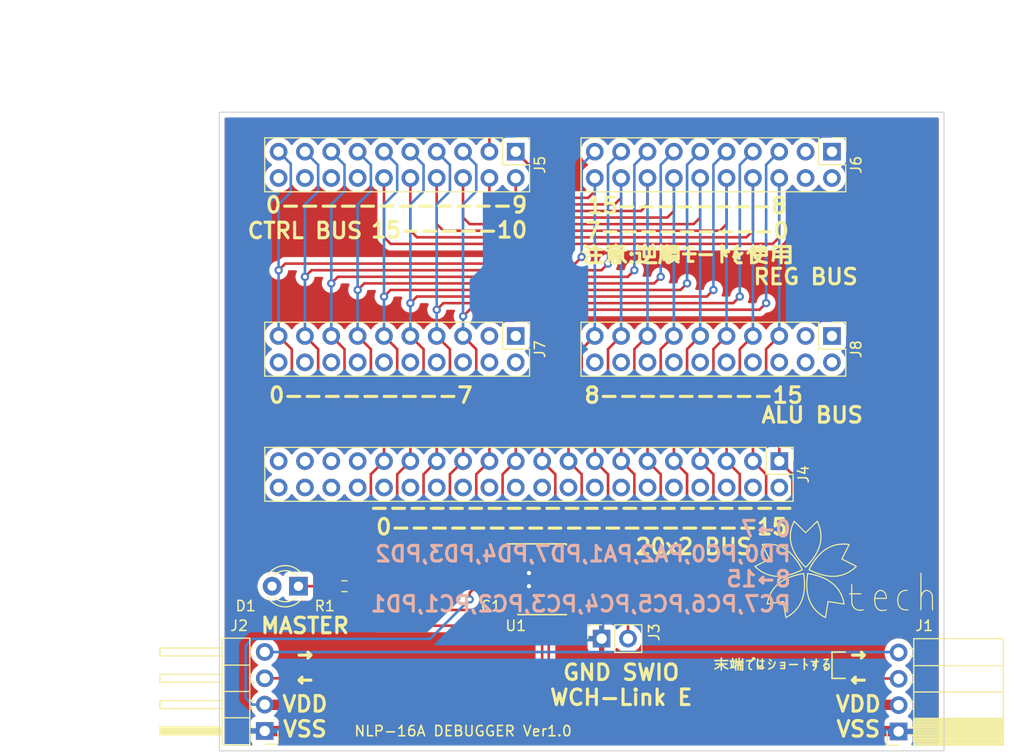
<source format=kicad_pcb>
(kicad_pcb (version 20211014) (generator pcbnew)
  (layers (0 "F.Cu" signal) (31 "B.Cu" signal) (34 "B.Paste" user) (35 "F.Paste" user) (36 "B.SilkS" user "B.Silkscreen") (37 "F.SilkS" user "F.Silkscreen") (38 "B.Mask" user) (39 "F.Mask" user) (44 "Edge.Cuts" user))
  (net 0 "")
  (net 1 "VDD")
  (net 2 "GND")
  (net 3 "DATA15")
  (net 4 "DATA14")
  (net 5 "DATA13")
  (net 6 "DATA12")
  (net 7 "DATA11")
  (net 8 "DATA10")
  (net 9 "DATA9")
  (net 10 "DATA8")
  (net 11 "DATA7")
  (net 12 "DATA6")
  (net 13 "DATA5")
  (net 14 "DATA4")
  (net 15 "DATA3")
  (net 16 "DATA2")
  (net 17 "DATA1")
  (net 18 "DATA0")
  (net 19 "Net-(J1-Pad3)")
  (net 21 "Net-(J2-Pad3)")
  (net 72 "Net-(D1-Pad1)")
  (net 75 "Net-(J1-Pad4)")
  (footprint "Connector_PinHeader_2.54mm:PinHeader_2x10_P2.54mm_Vertical" (layer "F.Cu") (at 177.795 90.165 -90)
    (fp_text reference "J8" (at 1.27 -2.33 90) (layer "F.SilkS"))
    (fp_text value "Conn_02x10_Odd_Even")
    (pad "1" thru_hole rect (at 0 0 270) (size 1.7 1.7) (drill 1) (layers *.Cu *.Mask))
    (pad "2" thru_hole oval (at 2.54 0 270) (size 1.7 1.7) (drill 1) (layers *.Cu *.Mask))
    (pad "3" thru_hole oval (at 0 2.54 270) (size 1.7 1.7) (drill 1) (layers *.Cu *.Mask))
    (pad "4" thru_hole oval (at 2.54 2.54 270) (size 1.7 1.7) (drill 1) (layers *.Cu *.Mask))
    (pad "5" thru_hole oval (at 0 5.08 270) (size 1.7 1.7) (drill 1) (layers *.Cu *.Mask) (net 3 "DATA15"))
    (pad "6" thru_hole oval (at 2.54 5.08 270) (size 1.7 1.7) (drill 1) (layers *.Cu *.Mask))
    (pad "7" thru_hole oval (at 0 7.62 270) (size 1.7 1.7) (drill 1) (layers *.Cu *.Mask) (net 4 "DATA14"))
    (pad "8" thru_hole oval (at 2.54 7.62 270) (size 1.7 1.7) (drill 1) (layers *.Cu *.Mask))
    (pad "9" thru_hole oval (at 0 10.16 270) (size 1.7 1.7) (drill 1) (layers *.Cu *.Mask) (net 5 "DATA13"))
    (pad "10" thru_hole oval (at 2.54 10.16 270) (size 1.7 1.7) (drill 1) (layers *.Cu *.Mask))
    (pad "11" thru_hole oval (at 0 12.7 270) (size 1.7 1.7) (drill 1) (layers *.Cu *.Mask) (net 6 "DATA12"))
    (pad "12" thru_hole oval (at 2.54 12.7 270) (size 1.7 1.7) (drill 1) (layers *.Cu *.Mask))
    (pad "13" thru_hole oval (at 0 15.24 270) (size 1.7 1.7) (drill 1) (layers *.Cu *.Mask) (net 7 "DATA11"))
    (pad "14" thru_hole oval (at 2.54 15.24 270) (size 1.7 1.7) (drill 1) (layers *.Cu *.Mask))
    (pad "15" thru_hole oval (at 0 17.78 270) (size 1.7 1.7) (drill 1) (layers *.Cu *.Mask) (net 8 "DATA10"))
    (pad "16" thru_hole oval (at 2.54 17.78 270) (size 1.7 1.7) (drill 1) (layers *.Cu *.Mask))
    (pad "17" thru_hole oval (at 0 20.32 270) (size 1.7 1.7) (drill 1) (layers *.Cu *.Mask) (net 9 "DATA9"))
    (pad "18" thru_hole oval (at 2.54 20.32 270) (size 1.7 1.7) (drill 1) (layers *.Cu *.Mask))
    (pad "19" thru_hole oval (at 0 22.86 270) (size 1.7 1.7) (drill 1) (layers *.Cu *.Mask) (net 10 "DATA8"))
    (pad "20" thru_hole oval (at 2.54 22.86 270) (size 1.7 1.7) (drill 1) (layers *.Cu *.Mask))
  )
  (footprint "Package_SO:SSOP-20_4.4x6.5mm_P0.65mm" (layer "F.Cu") (at 149.86 113.665)
    (fp_text reference "U1" (at -2.54 4.445) (layer "F.SilkS"))
    (fp_text value "CH32V003F4P6")
    (pad "1" smd rect (at -2.9 -2.925) (size 1 0.4) (layers "F.Cu" "F.Paste" "F.Mask") (net 13 "DATA5"))
    (pad "2" smd rect (at -2.9 -2.275) (size 1 0.4) (layers "F.Cu" "F.Paste" "F.Mask") (net 19 "Net-(J1-Pad3)"))
    (pad "3" smd rect (at -2.9 -1.625) (size 1 0.4) (layers "F.Cu" "F.Paste" "F.Mask") (net 21 "Net-(J2-Pad3)"))
    (pad "4" smd rect (at -2.9 -0.975) (size 1 0.4) (layers "F.Cu" "F.Paste" "F.Mask") (net 14 "DATA4"))
    (pad "5" smd rect (at -2.9 -0.325) (size 1 0.4) (layers "F.Cu" "F.Paste" "F.Mask") (net 15 "DATA3"))
    (pad "6" smd rect (at -2.9 0.325) (size 1 0.4) (layers "F.Cu" "F.Paste" "F.Mask") (net 16 "DATA2"))
    (pad "7" smd rect (at -2.9 0.975) (size 1 0.4) (layers "F.Cu" "F.Paste" "F.Mask") (net 2 "GND"))
    (pad "8" smd rect (at -2.9 1.625) (size 1 0.4) (layers "F.Cu" "F.Paste" "F.Mask") (net 18 "DATA0"))
    (pad "9" smd rect (at -2.9 2.275) (size 1 0.4) (layers "F.Cu" "F.Paste" "F.Mask") (net 1 "VDD"))
    (pad "10" smd rect (at -2.9 2.925) (size 1 0.4) (layers "F.Cu" "F.Paste" "F.Mask") (net 17 "DATA1"))
    (pad "11" smd rect (at 2.9 2.925) (size 1 0.4) (layers "F.Cu" "F.Paste" "F.Mask") (net 4 "DATA14"))
    (pad "12" smd rect (at 2.9 2.275) (size 1 0.4) (layers "F.Cu" "F.Paste" "F.Mask") (net 5 "DATA13"))
    (pad "13" smd rect (at 2.9 1.625) (size 1 0.4) (layers "F.Cu" "F.Paste" "F.Mask") (net 6 "DATA12"))
    (pad "14" smd rect (at 2.9 0.975) (size 1 0.4) (layers "F.Cu" "F.Paste" "F.Mask") (net 7 "DATA11"))
    (pad "15" smd rect (at 2.9 0.325) (size 1 0.4) (layers "F.Cu" "F.Paste" "F.Mask") (net 8 "DATA10"))
    (pad "16" smd rect (at 2.9 -0.325) (size 1 0.4) (layers "F.Cu" "F.Paste" "F.Mask") (net 9 "DATA9"))
    (pad "17" smd rect (at 2.9 -0.975) (size 1 0.4) (layers "F.Cu" "F.Paste" "F.Mask") (net 10 "DATA8"))
    (pad "18" smd rect (at 2.9 -1.625) (size 1 0.4) (layers "F.Cu" "F.Paste" "F.Mask") (net 3 "DATA15"))
    (pad "19" smd rect (at 2.9 -2.275) (size 1 0.4) (layers "F.Cu" "F.Paste" "F.Mask") (net 11 "DATA7"))
    (pad "20" smd rect (at 2.9 -2.925) (size 1 0.4) (layers "F.Cu" "F.Paste" "F.Mask") (net 12 "DATA6"))
  )
  (footprint "Connector_PinHeader_2.54mm:PinHeader_2x10_P2.54mm_Vertical" (layer "F.Cu") (at 177.795 72.385 -90)
    (fp_text reference "J6" (at 1.27 -2.33 90) (layer "F.SilkS"))
    (fp_text value "Conn_02x10_Odd_Even")
    (pad "1" thru_hole rect (at 0 0 270) (size 1.7 1.7) (drill 1) (layers *.Cu *.Mask))
    (pad "2" thru_hole oval (at 2.54 0 270) (size 1.7 1.7) (drill 1) (layers *.Cu *.Mask))
    (pad "3" thru_hole oval (at 0 2.54 270) (size 1.7 1.7) (drill 1) (layers *.Cu *.Mask))
    (pad "4" thru_hole oval (at 2.54 2.54 270) (size 1.7 1.7) (drill 1) (layers *.Cu *.Mask))
    (pad "5" thru_hole oval (at 0 5.08 270) (size 1.7 1.7) (drill 1) (layers *.Cu *.Mask) (net 11 "DATA7"))
    (pad "6" thru_hole oval (at 2.54 5.08 270) (size 1.7 1.7) (drill 1) (layers *.Cu *.Mask) (net 3 "DATA15"))
    (pad "7" thru_hole oval (at 0 7.62 270) (size 1.7 1.7) (drill 1) (layers *.Cu *.Mask) (net 12 "DATA6"))
    (pad "8" thru_hole oval (at 2.54 7.62 270) (size 1.7 1.7) (drill 1) (layers *.Cu *.Mask) (net 4 "DATA14"))
    (pad "9" thru_hole oval (at 0 10.16 270) (size 1.7 1.7) (drill 1) (layers *.Cu *.Mask) (net 13 "DATA5"))
    (pad "10" thru_hole oval (at 2.54 10.16 270) (size 1.7 1.7) (drill 1) (layers *.Cu *.Mask) (net 5 "DATA13"))
    (pad "11" thru_hole oval (at 0 12.7 270) (size 1.7 1.7) (drill 1) (layers *.Cu *.Mask) (net 14 "DATA4"))
    (pad "12" thru_hole oval (at 2.54 12.7 270) (size 1.7 1.7) (drill 1) (layers *.Cu *.Mask) (net 6 "DATA12"))
    (pad "13" thru_hole oval (at 0 15.24 270) (size 1.7 1.7) (drill 1) (layers *.Cu *.Mask) (net 15 "DATA3"))
    (pad "14" thru_hole oval (at 2.54 15.24 270) (size 1.7 1.7) (drill 1) (layers *.Cu *.Mask) (net 7 "DATA11"))
    (pad "15" thru_hole oval (at 0 17.78 270) (size 1.7 1.7) (drill 1) (layers *.Cu *.Mask) (net 16 "DATA2"))
    (pad "16" thru_hole oval (at 2.54 17.78 270) (size 1.7 1.7) (drill 1) (layers *.Cu *.Mask) (net 8 "DATA10"))
    (pad "17" thru_hole oval (at 0 20.32 270) (size 1.7 1.7) (drill 1) (layers *.Cu *.Mask) (net 17 "DATA1"))
    (pad "18" thru_hole oval (at 2.54 20.32 270) (size 1.7 1.7) (drill 1) (layers *.Cu *.Mask) (net 9 "DATA9"))
    (pad "19" thru_hole oval (at 0 22.86 270) (size 1.7 1.7) (drill 1) (layers *.Cu *.Mask) (net 18 "DATA0"))
    (pad "20" thru_hole oval (at 2.54 22.86 270) (size 1.7 1.7) (drill 1) (layers *.Cu *.Mask) (net 10 "DATA8"))
  )
  (footprint "Connector_PinHeader_2.54mm:PinHeader_2x20_P2.54mm_Vertical" (layer "F.Cu") (at 172.72 102.235 -90)
    (fp_text reference "J4" (at 1.27 -2.33 90) (layer "F.SilkS"))
    (fp_text value "Conn_02x20_Odd_Even")
    (pad "1" thru_hole rect (at 0 0 270) (size 1.7 1.7) (drill 1) (layers *.Cu *.Mask) (net 3 "DATA15"))
    (pad "2" thru_hole oval (at 2.54 0 270) (size 1.7 1.7) (drill 1) (layers *.Cu *.Mask))
    (pad "3" thru_hole oval (at 0 2.54 270) (size 1.7 1.7) (drill 1) (layers *.Cu *.Mask) (net 4 "DATA14"))
    (pad "4" thru_hole oval (at 2.54 2.54 270) (size 1.7 1.7) (drill 1) (layers *.Cu *.Mask))
    (pad "5" thru_hole oval (at 0 5.08 270) (size 1.7 1.7) (drill 1) (layers *.Cu *.Mask) (net 5 "DATA13"))
    (pad "6" thru_hole oval (at 2.54 5.08 270) (size 1.7 1.7) (drill 1) (layers *.Cu *.Mask))
    (pad "7" thru_hole oval (at 0 7.62 270) (size 1.7 1.7) (drill 1) (layers *.Cu *.Mask) (net 6 "DATA12"))
    (pad "8" thru_hole oval (at 2.54 7.62 270) (size 1.7 1.7) (drill 1) (layers *.Cu *.Mask))
    (pad "9" thru_hole oval (at 0 10.16 270) (size 1.7 1.7) (drill 1) (layers *.Cu *.Mask) (net 7 "DATA11"))
    (pad "10" thru_hole oval (at 2.54 10.16 270) (size 1.7 1.7) (drill 1) (layers *.Cu *.Mask))
    (pad "11" thru_hole oval (at 0 12.7 270) (size 1.7 1.7) (drill 1) (layers *.Cu *.Mask) (net 8 "DATA10"))
    (pad "12" thru_hole oval (at 2.54 12.7 270) (size 1.7 1.7) (drill 1) (layers *.Cu *.Mask))
    (pad "13" thru_hole oval (at 0 15.24 270) (size 1.7 1.7) (drill 1) (layers *.Cu *.Mask) (net 9 "DATA9"))
    (pad "14" thru_hole oval (at 2.54 15.24 270) (size 1.7 1.7) (drill 1) (layers *.Cu *.Mask))
    (pad "15" thru_hole oval (at 0 17.78 270) (size 1.7 1.7) (drill 1) (layers *.Cu *.Mask) (net 10 "DATA8"))
    (pad "16" thru_hole oval (at 2.54 17.78 270) (size 1.7 1.7) (drill 1) (layers *.Cu *.Mask))
    (pad "17" thru_hole oval (at 0 20.32 270) (size 1.7 1.7) (drill 1) (layers *.Cu *.Mask) (net 11 "DATA7"))
    (pad "18" thru_hole oval (at 2.54 20.32 270) (size 1.7 1.7) (drill 1) (layers *.Cu *.Mask))
    (pad "19" thru_hole oval (at 0 22.86 270) (size 1.7 1.7) (drill 1) (layers *.Cu *.Mask) (net 12 "DATA6"))
    (pad "20" thru_hole oval (at 2.54 22.86 270) (size 1.7 1.7) (drill 1) (layers *.Cu *.Mask))
    (pad "21" thru_hole oval (at 0 25.4 270) (size 1.7 1.7) (drill 1) (layers *.Cu *.Mask) (net 13 "DATA5"))
    (pad "22" thru_hole oval (at 2.54 25.4 270) (size 1.7 1.7) (drill 1) (layers *.Cu *.Mask))
    (pad "23" thru_hole oval (at 0 27.94 270) (size 1.7 1.7) (drill 1) (layers *.Cu *.Mask) (net 14 "DATA4"))
    (pad "24" thru_hole oval (at 2.54 27.94 270) (size 1.7 1.7) (drill 1) (layers *.Cu *.Mask))
    (pad "25" thru_hole oval (at 0 30.48 270) (size 1.7 1.7) (drill 1) (layers *.Cu *.Mask) (net 15 "DATA3"))
    (pad "26" thru_hole oval (at 2.54 30.48 270) (size 1.7 1.7) (drill 1) (layers *.Cu *.Mask))
    (pad "27" thru_hole oval (at 0 33.02 270) (size 1.7 1.7) (drill 1) (layers *.Cu *.Mask) (net 16 "DATA2"))
    (pad "28" thru_hole oval (at 2.54 33.02 270) (size 1.7 1.7) (drill 1) (layers *.Cu *.Mask))
    (pad "29" thru_hole oval (at 0 35.56 270) (size 1.7 1.7) (drill 1) (layers *.Cu *.Mask) (net 17 "DATA1"))
    (pad "30" thru_hole oval (at 2.54 35.56 270) (size 1.7 1.7) (drill 1) (layers *.Cu *.Mask))
    (pad "31" thru_hole oval (at 0 38.1 270) (size 1.7 1.7) (drill 1) (layers *.Cu *.Mask) (net 18 "DATA0"))
    (pad "32" thru_hole oval (at 2.54 38.1 270) (size 1.7 1.7) (drill 1) (layers *.Cu *.Mask))
    (pad "33" thru_hole oval (at 0 40.64 270) (size 1.7 1.7) (drill 1) (layers *.Cu *.Mask))
    (pad "34" thru_hole oval (at 2.54 40.64 270) (size 1.7 1.7) (drill 1) (layers *.Cu *.Mask))
    (pad "35" thru_hole oval (at 0 43.18 270) (size 1.7 1.7) (drill 1) (layers *.Cu *.Mask))
    (pad "36" thru_hole oval (at 2.54 43.18 270) (size 1.7 1.7) (drill 1) (layers *.Cu *.Mask))
    (pad "37" thru_hole oval (at 0 45.72 270) (size 1.7 1.7) (drill 1) (layers *.Cu *.Mask))
    (pad "38" thru_hole oval (at 2.54 45.72 270) (size 1.7 1.7) (drill 1) (layers *.Cu *.Mask))
    (pad "39" thru_hole oval (at 0 48.26 270) (size 1.7 1.7) (drill 1) (layers *.Cu *.Mask))
    (pad "40" thru_hole oval (at 2.54 48.26 270) (size 1.7 1.7) (drill 1) (layers *.Cu *.Mask))
  )
  (footprint "Connector_PinHeader_2.54mm:PinHeader_1x04_P2.54mm_Horizontal" (layer "F.Cu") (at 123.12 128.26 180)
    (fp_text reference "J2" (at 2.47 10.15) (layer "F.SilkS"))
    (fp_text value "Conn_01x04_Male")
    (pad "1" thru_hole rect (at 0 0 180) (size 1.7 1.7) (drill 1) (layers *.Cu *.Mask) (net 2 "GND"))
    (pad "2" thru_hole oval (at 0 2.54 180) (size 1.7 1.7) (drill 1) (layers *.Cu *.Mask) (net 1 "VDD"))
    (pad "3" thru_hole oval (at 0 5.08 180) (size 1.7 1.7) (drill 1) (layers *.Cu *.Mask) (net 21 "Net-(J2-Pad3)"))
    (pad "4" thru_hole oval (at 0 7.62 180) (size 1.7 1.7) (drill 1) (layers *.Cu *.Mask) (net 75 "Net-(J1-Pad4)"))
  )
  (footprint "Connector_PinHeader_2.54mm:PinHeader_2x10_P2.54mm_Vertical" (layer "F.Cu") (at 147.315 72.385 -90)
    (fp_text reference "J5" (at 1.27 -2.33 90) (layer "F.SilkS"))
    (fp_text value "Conn_02x10_Odd_Even")
    (pad "1" thru_hole rect (at 0 0 270) (size 1.7 1.7) (drill 1) (layers *.Cu *.Mask) (net 9 "DATA9"))
    (pad "2" thru_hole oval (at 2.54 0 270) (size 1.7 1.7) (drill 1) (layers *.Cu *.Mask) (net 8 "DATA10"))
    (pad "3" thru_hole oval (at 0 2.54 270) (size 1.7 1.7) (drill 1) (layers *.Cu *.Mask) (net 10 "DATA8"))
    (pad "4" thru_hole oval (at 2.54 2.54 270) (size 1.7 1.7) (drill 1) (layers *.Cu *.Mask) (net 7 "DATA11"))
    (pad "5" thru_hole oval (at 0 5.08 270) (size 1.7 1.7) (drill 1) (layers *.Cu *.Mask) (net 11 "DATA7"))
    (pad "6" thru_hole oval (at 2.54 5.08 270) (size 1.7 1.7) (drill 1) (layers *.Cu *.Mask) (net 6 "DATA12"))
    (pad "7" thru_hole oval (at 0 7.62 270) (size 1.7 1.7) (drill 1) (layers *.Cu *.Mask) (net 12 "DATA6"))
    (pad "8" thru_hole oval (at 2.54 7.62 270) (size 1.7 1.7) (drill 1) (layers *.Cu *.Mask) (net 5 "DATA13"))
    (pad "9" thru_hole oval (at 0 10.16 270) (size 1.7 1.7) (drill 1) (layers *.Cu *.Mask) (net 13 "DATA5"))
    (pad "10" thru_hole oval (at 2.54 10.16 270) (size 1.7 1.7) (drill 1) (layers *.Cu *.Mask) (net 4 "DATA14"))
    (pad "11" thru_hole oval (at 0 12.7 270) (size 1.7 1.7) (drill 1) (layers *.Cu *.Mask) (net 14 "DATA4"))
    (pad "12" thru_hole oval (at 2.54 12.7 270) (size 1.7 1.7) (drill 1) (layers *.Cu *.Mask) (net 3 "DATA15"))
    (pad "13" thru_hole oval (at 0 15.24 270) (size 1.7 1.7) (drill 1) (layers *.Cu *.Mask) (net 15 "DATA3"))
    (pad "14" thru_hole oval (at 2.54 15.24 270) (size 1.7 1.7) (drill 1) (layers *.Cu *.Mask))
    (pad "15" thru_hole oval (at 0 17.78 270) (size 1.7 1.7) (drill 1) (layers *.Cu *.Mask) (net 16 "DATA2"))
    (pad "16" thru_hole oval (at 2.54 17.78 270) (size 1.7 1.7) (drill 1) (layers *.Cu *.Mask))
    (pad "17" thru_hole oval (at 0 20.32 270) (size 1.7 1.7) (drill 1) (layers *.Cu *.Mask) (net 17 "DATA1"))
    (pad "18" thru_hole oval (at 2.54 20.32 270) (size 1.7 1.7) (drill 1) (layers *.Cu *.Mask))
    (pad "19" thru_hole oval (at 0 22.86 270) (size 1.7 1.7) (drill 1) (layers *.Cu *.Mask) (net 18 "DATA0"))
    (pad "20" thru_hole oval (at 2.54 22.86 270) (size 1.7 1.7) (drill 1) (layers *.Cu *.Mask))
  )
  (footprint "LED_THT:LED_D3.0mm" (layer "F.Cu") (at 126.37 114.3 180)
    (fp_text reference "D1" (at 5.085 -1.905) (layer "F.SilkS"))
    (fp_text value "LED")
    (pad "1" thru_hole rect (at 0 0 180) (size 1.8 1.8) (drill 0.9) (layers *.Cu *.Mask) (net 72 "Net-(D1-Pad1)"))
    (pad "2" thru_hole circle (at 2.54 0 180) (size 1.8 1.8) (drill 0.9) (layers *.Cu *.Mask) (net 1 "VDD"))
  )
  (footprint "Connector_PinHeader_2.54mm:PinHeader_2x10_P2.54mm_Vertical" (layer "F.Cu") (at 147.315 90.165 -90)
    (fp_text reference "J7" (at 1.27 -2.33 90) (layer "F.SilkS"))
    (fp_text value "Conn_02x10_Odd_Even")
    (pad "1" thru_hole rect (at 0 0 270) (size 1.7 1.7) (drill 1) (layers *.Cu *.Mask))
    (pad "2" thru_hole oval (at 2.54 0 270) (size 1.7 1.7) (drill 1) (layers *.Cu *.Mask))
    (pad "3" thru_hole oval (at 0 2.54 270) (size 1.7 1.7) (drill 1) (layers *.Cu *.Mask))
    (pad "4" thru_hole oval (at 2.54 2.54 270) (size 1.7 1.7) (drill 1) (layers *.Cu *.Mask))
    (pad "5" thru_hole oval (at 0 5.08 270) (size 1.7 1.7) (drill 1) (layers *.Cu *.Mask) (net 11 "DATA7"))
    (pad "6" thru_hole oval (at 2.54 5.08 270) (size 1.7 1.7) (drill 1) (layers *.Cu *.Mask))
    (pad "7" thru_hole oval (at 0 7.62 270) (size 1.7 1.7) (drill 1) (layers *.Cu *.Mask) (net 12 "DATA6"))
    (pad "8" thru_hole oval (at 2.54 7.62 270) (size 1.7 1.7) (drill 1) (layers *.Cu *.Mask))
    (pad "9" thru_hole oval (at 0 10.16 270) (size 1.7 1.7) (drill 1) (layers *.Cu *.Mask) (net 13 "DATA5"))
    (pad "10" thru_hole oval (at 2.54 10.16 270) (size 1.7 1.7) (drill 1) (layers *.Cu *.Mask))
    (pad "11" thru_hole oval (at 0 12.7 270) (size 1.7 1.7) (drill 1) (layers *.Cu *.Mask) (net 14 "DATA4"))
    (pad "12" thru_hole oval (at 2.54 12.7 270) (size 1.7 1.7) (drill 1) (layers *.Cu *.Mask))
    (pad "13" thru_hole oval (at 0 15.24 270) (size 1.7 1.7) (drill 1) (layers *.Cu *.Mask) (net 15 "DATA3"))
    (pad "14" thru_hole oval (at 2.54 15.24 270) (size 1.7 1.7) (drill 1) (layers *.Cu *.Mask))
    (pad "15" thru_hole oval (at 0 17.78 270) (size 1.7 1.7) (drill 1) (layers *.Cu *.Mask) (net 16 "DATA2"))
    (pad "16" thru_hole oval (at 2.54 17.78 270) (size 1.7 1.7) (drill 1) (layers *.Cu *.Mask))
    (pad "17" thru_hole oval (at 0 20.32 270) (size 1.7 1.7) (drill 1) (layers *.Cu *.Mask) (net 17 "DATA1"))
    (pad "18" thru_hole oval (at 2.54 20.32 270) (size 1.7 1.7) (drill 1) (layers *.Cu *.Mask))
    (pad "19" thru_hole oval (at 0 22.86 270) (size 1.7 1.7) (drill 1) (layers *.Cu *.Mask) (net 18 "DATA0"))
    (pad "20" thru_hole oval (at 2.54 22.86 270) (size 1.7 1.7) (drill 1) (layers *.Cu *.Mask))
  )
  (footprint "Connector_PinSocket_2.54mm:PinSocket_1x04_P2.54mm_Horizontal" (layer "F.Cu") (at 184.22 128.31 180)
    (fp_text reference "J1" (at -2.47 10.2) (layer "F.SilkS"))
    (fp_text value "Conn_01x04_Female")
    (pad "1" thru_hole rect (at 0 0 180) (size 1.7 1.7) (drill 1) (layers *.Cu *.Mask) (net 2 "GND"))
    (pad "2" thru_hole oval (at 0 2.54 180) (size 1.7 1.7) (drill 1) (layers *.Cu *.Mask) (net 1 "VDD"))
    (pad "3" thru_hole oval (at 0 5.08 180) (size 1.7 1.7) (drill 1) (layers *.Cu *.Mask) (net 19 "Net-(J1-Pad3)"))
    (pad "4" thru_hole oval (at 0 7.62 180) (size 1.7 1.7) (drill 1) (layers *.Cu *.Mask) (net 75 "Net-(J1-Pad4)"))
  )
  (footprint "Connector_PinSocket_2.54mm:PinSocket_1x02_P2.54mm_Vertical" (layer "F.Cu") (at 155.595 119.355 90)
    (fp_text reference "J3" (at 0.61 5.06 90) (layer "F.SilkS"))
    (fp_text value "Conn_01x02_Male")
    (pad "1" thru_hole rect (at 0 0 90) (size 1.7 1.7) (drill 1) (layers *.Cu *.Mask) (net 2 "GND"))
    (pad "2" thru_hole oval (at 0 2.54 90) (size 1.7 1.7) (drill 1) (layers *.Cu *.Mask) (net 3 "DATA15"))
  )
  (footprint "Resistor_SMD:R_0603_1608Metric_Pad0.98x0.95mm_HandSolder" (layer "F.Cu") (at 130.81 114.3)
    (fp_text reference "R1" (at -1.905 1.905) (layer "F.SilkS"))
    (fp_text value "470")
    (pad "1" smd roundrect (at -0.9125 0) (size 0.975 0.95) (layers "F.Cu" "F.Paste" "F.Mask") (net 72 "Net-(D1-Pad1)"))
    (pad "2" smd roundrect (at 0.9125 0) (size 0.975 0.95) (layers "F.Cu" "F.Paste" "F.Mask") (net 2 "GND"))
  )
  (footprint "Capacitor_SMD:C_0201_0603Metric_Pad0.64x0.40mm_HandSolder" (layer "F.Cu") (at 144.92 114.63)
    (fp_text reference "C1" (at 0 1.575) (layer "F.SilkS"))
    (fp_text value "0.1u")
    (pad "1" smd roundrect (at -0.4075 0) (size 0.635 0.4) (layers "F.Cu" "F.Mask") (net 1 "VDD"))
    (pad "2" smd roundrect (at 0.4075 0) (size 0.635 0.4) (layers "F.Cu" "F.Mask") (net 2 "GND"))
  )
  (footprint "LOGO" (layer "F.Cu") (at 179.705 113.03)
    (fp_text reference "G***" hide)
    (fp_text value "LOGO" hide)
  )
  (gr_line (start 177.8 123.19) (end 179.07 123.19) (layer "F.SilkS") (width 0.15))
  (gr_line (start 177.8 120.65) (end 177.8 123.19) (layer "F.SilkS") (width 0.15))
  (gr_line (start 179.07 120.65) (end 177.8 120.65) (layer "F.SilkS") (width 0.15))
  (gr_rect (start 118.745 68.58) (end 188.595 130.175) (layer "Edge.Cuts") (width 0.1) (fill none))
  (gr_text "0→7\nPD0,PC0,PA2,PA1,PD7,PD4,PD3,PD2\n8→15\nPC7,PC6,PC5,PC4,PC3,PC2,PC1,PD1" (at 173.99 112.395) (layer "B.SilkS") (effects (font (size 1.5 1.5) (thickness 0.3)) (justify left mirror)))
  (gr_text "CTRL BUS" (at 127 80.01) (layer "F.SilkS") (effects (font (size 1.5 1.5) (thickness 0.3))))
  (gr_text "MASTER" (at 127 118.11) (layer "F.SilkS") (effects (font (size 1.5 1.5) (thickness 0.3))))
  (gr_text "20x2 BUS" (at 164.465 110.49) (layer "F.SilkS") (effects (font (size 1.5 1.5) (thickness 0.3))))
  (gr_text "----------------------" (at 153.67 106.68) (layer "F.SilkS") (effects (font (size 1.5 1.5) (thickness 0.3))))
  (gr_text "NLP-16A DEBUGGER Ver1.0" (at 142.24 128.27) (layer "F.SilkS") (effects (font (size 1 1))))
  (gr_text "末端ではショートする" (at 172.085 121.92) (layer "F.SilkS") (effects (font (size 1 1))))
  (gr_text "15--------8\n7---------0\n注意:逆順モードを使用" (at 163.83 80.01) (layer "F.SilkS") (effects (font (size 1.5 1.5) (thickness 0.3))))
  (gr_text "0-------------------15" (at 153.67 108.585) (layer "F.SilkS") (effects (font (size 1.5 1.5) (thickness 0.3))))
  (gr_text "→\n←\nVDD\nVSS" (at 180.34 124.46) (layer "F.SilkS") (effects (font (size 1.5 1.5) (thickness 0.3))))
  (gr_text "0------------9\n15-----10" (at 148.59 78.74) (layer "F.SilkS") (effects (font (size 1.5 1.5) (thickness 0.3)) (justify right)))
  (gr_text "REG BUS" (at 175.26 84.455) (layer "F.SilkS") (effects (font (size 1.5 1.5) (thickness 0.3))))
  (gr_text "→\n←\nVDD\nVSS" (at 127 124.46) (layer "F.SilkS") (effects (font (size 1.5 1.5) (thickness 0.3))))
  (gr_text "GND SWIO\nWCH-Link E" (at 157.48 123.825) (layer "F.SilkS") (effects (font (size 1.5 1.5) (thickness 0.3))))
  (gr_text "8---------15" (at 164.465 95.885) (layer "F.SilkS") (effects (font (size 1.5 1.5) (thickness 0.3))))
  (gr_text "ALU BUS" (at 175.895 97.79) (layer "F.SilkS") (effects (font (size 1.5 1.5) (thickness 0.3))))
  (gr_text "0---------7" (at 133.35 95.885) (layer "F.SilkS") (effects (font (size 1.5 1.5) (thickness 0.3))))
  (segment (start 144.5125 114.63) (end 144.5125 115.3025) (width 0.25) (layer "F.Cu") (net 1))
  (segment (start 184.22 125.74) (end 123.13 125.74) (width 1) (layer "F.Cu") (net 1))
  (segment (start 143.18 114.63) (end 144.5125 114.63) (width 0.25) (layer "F.Cu") (net 1))
  (segment (start 144.5125 115.3025) (end 145.15 115.94) (width 0.25) (layer "F.Cu") (net 1))
  (segment (start 142.875 114.935) (end 143.18 114.63) (width 0.25) (layer "F.Cu") (net 1))
  (segment (start 123.13 125.74) (end 123.12 125.73) (width 1) (layer "F.Cu") (net 1))
  (segment (start 142.875 115.57) (end 142.875 114.935) (width 0.25) (layer "F.Cu") (net 1))
  (segment (start 145.15 115.94) (end 146.96 115.94) (width 0.25) (layer "F.Cu") (net 1))
  (via (at 142.875 115.57) (size 0.8) (drill 0.4) (layers "F.Cu" "B.Cu") (net 1))
  (segment (start 123.12 125.72) (end 121.91 125.72) (width 0.25) (layer "B.Cu") (net 1))
  (segment (start 121.92 119.38) (end 139.065 119.38) (width 0.25) (layer "B.Cu") (net 1))
  (segment (start 121.285 125.095) (end 121.285 120.015) (width 0.25) (layer "B.Cu") (net 1))
  (segment (start 139.065 119.38) (end 142.875 115.57) (width 0.25) (layer "B.Cu") (net 1))
  (segment (start 121.91 125.72) (end 121.285 125.095) (width 0.25) (layer "B.Cu") (net 1))
  (segment (start 121.285 120.015) (end 121.92 119.38) (width 0.25) (layer "B.Cu") (net 1))
  (segment (start 123.12 128.27) (end 184.21 128.27) (width 1) (layer "F.Cu") (net 2))
  (segment (start 184.21 128.27) (end 184.22 128.28) (width 1) (layer "F.Cu") (net 2))
  (segment (start 148.25 114.64) (end 148.59 114.3) (width 0.25) (layer "F.Cu") (net 2))
  (segment (start 145.3375 114.64) (end 145.3275 114.63) (width 0.25) (layer "F.Cu") (net 2))
  (segment (start 146.96 114.64) (end 148.25 114.64) (width 0.25) (layer "F.Cu") (net 2))
  (segment (start 146.96 114.64) (end 145.3375 114.64) (width 0.25) (layer "F.Cu") (net 2))
  (via (at 148.59 114.3) (size 0.8) (drill 0.4) (layers "F.Cu" "B.Cu") (net 2))
  (via (at 148.59 113.03) (size 0.8) (drill 0.4) (layers "F.Cu" "B.Cu") (net 2))
  (segment (start 172.72 95.25) (end 171.45 93.98) (width 0.25) (layer "F.Cu") (net 3))
  (segment (start 172.72 95.25) (end 172.72 102.235) (width 0.25) (layer "F.Cu") (net 3))
  (segment (start 172.085 81.28) (end 172.72 80.645) (width 0.25) (layer "F.Cu") (net 3))
  (segment (start 173.355 117.475) (end 173.99 116.84) (width 0.25) (layer "F.Cu") (net 3))
  (segment (start 158.115 117.475) (end 173.355 117.475) (width 0.25) (layer "F.Cu") (net 3))
  (segment (start 151.13 113.03) (end 151.13 116.84) (width 0.25) (layer "F.Cu") (net 3))
  (segment (start 134.615 80.64) (end 135.255 81.28) (width 0.25) (layer "F.Cu") (net 3))
  (segment (start 158.135 119.355) (end 158.135 117.495) (width 0.25) (layer "F.Cu") (net 3))
  (segment (start 152.76 112.04) (end 152.12 112.04) (width 0.25) (layer "F.Cu") (net 3))
  (segment (start 172.715 80.64) (end 172.715 74.925) (width 0.25) (layer "F.Cu") (net 3))
  (segment (start 134.615 74.925) (end 134.615 80.64) (width 0.25) (layer "F.Cu") (net 3))
  (segment (start 152.12 112.04) (end 151.13 113.03) (width 0.25) (layer "F.Cu") (net 3))
  (segment (start 173.99 103.505) (end 173.99 104.14) (width 0.25) (layer "F.Cu") (net 3))
  (segment (start 171.45 93.98) (end 171.45 91.43) (width 0.25) (layer "F.Cu") (net 3))
  (segment (start 171.45 91.43) (end 172.715 90.165) (width 0.25) (layer "F.Cu") (net 3))
  (segment (start 173.99 104.14) (end 173.99 116.84) (width 0.25) (layer "F.Cu") (net 3))
  (segment (start 151.13 116.84) (end 151.765 117.475) (width 0.25) (layer "F.Cu") (net 3))
  (segment (start 158.135 117.495) (end 158.115 117.475) (width 0.25) (layer "F.Cu") (net 3))
  (segment (start 172.72 102.235) (end 173.99 103.505) (width 0.25) (layer "F.Cu") (net 3))
  (segment (start 135.255 81.28) (end 172.085 81.28) (width 0.25) (layer "F.Cu") (net 3))
  (segment (start 151.765 117.475) (end 158.115 117.475) (width 0.25) (layer "F.Cu") (net 3))
  (segment (start 172.72 80.645) (end 172.715 80.64) (width 0.25) (layer "F.Cu") (net 3))
  (segment (start 172.715 90.165) (end 172.715 74.925) (width 0.25) (layer "B.Cu") (net 3))
  (segment (start 169.545 80.645) (end 170.18 80.01) (width 0.25) (layer "F.Cu") (net 4))
  (segment (start 171.45 103.505) (end 171.45 116.205) (width 0.25) (layer "F.Cu") (net 4))
  (segment (start 170.18 95.25) (end 168.91 93.98) (width 0.25) (layer "F.Cu") (net 4))
  (segment (start 170.18 102.235) (end 170.18 95.25) (width 0.25) (layer "F.Cu") (net 4))
  (segment (start 137.795 80.645) (end 169.545 80.645) (width 0.25) (layer "F.Cu") (net 4))
  (segment (start 152.76 116.59) (end 171.065 116.59) (width 0.25) (layer "F.Cu") (net 4))
  (segment (start 170.18 102.235) (end 171.45 103.505) (width 0.25) (layer "F.Cu") (net 4))
  (segment (start 168.91 91.43) (end 170.175 90.165) (width 0.25) (layer "F.Cu") (net 4))
  (segment (start 170.18 80.01) (end 170.175 80.005) (width 0.25) (layer "F.Cu") (net 4))
  (segment (start 170.175 80.005) (end 170.175 74.925) (width 0.25) (layer "F.Cu") (net 4))
  (segment (start 137.155 74.925) (end 137.155 80.005) (width 0.25) (layer "F.Cu") (net 4))
  (segment (start 137.155 80.005) (end 137.795 80.645) (width 0.25) (layer "F.Cu") (net 4))
  (segment (start 171.065 116.59) (end 171.45 116.205) (width 0.25) (layer "F.Cu") (net 4))
  (segment (start 168.91 93.98) (end 168.91 91.43) (width 0.25) (layer "F.Cu") (net 4))
  (segment (start 170.175 74.925) (end 170.175 90.165) (width 0.25) (layer "B.Cu") (net 4))
  (segment (start 166.37 93.98) (end 166.37 91.43) (width 0.25) (layer "F.Cu") (net 5))
  (segment (start 168.91 103.505) (end 168.91 115.57) (width 0.25) (layer "F.Cu") (net 5))
  (segment (start 167.635 79.37) (end 167.635 74.925) (width 0.25) (layer "F.Cu") (net 5))
  (segment (start 166.37 91.43) (end 167.635 90.165) (width 0.25) (layer "F.Cu") (net 5))
  (segment (start 139.695 74.925) (end 139.695 79.37) (width 0.25) (layer "F.Cu") (net 5))
  (segment (start 167.64 102.235) (end 167.64 95.25) (width 0.25) (layer "F.Cu") (net 5))
  (segment (start 139.695 79.37) (end 140.335 80.01) (width 0.25) (layer "F.Cu") (net 5))
  (segment (start 140.335 80.01) (end 167.005 80.01) (width 0.25) (layer "F.Cu") (net 5))
  (segment (start 167.64 79.375) (end 167.635 79.37) (width 0.25) (layer "F.Cu") (net 5))
  (segment (start 168.54 115.94) (end 168.91 115.57) (width 0.25) (layer "F.Cu") (net 5))
  (segment (start 167.64 95.25) (end 166.37 93.98) (width 0.25) (layer "F.Cu") (net 5))
  (segment (start 167.005 80.01) (end 167.64 79.375) (width 0.25) (layer "F.Cu") (net 5))
  (segment (start 152.76 115.94) (end 168.54 115.94) (width 0.25) (layer "F.Cu") (net 5))
  (segment (start 167.64 102.235) (end 168.91 103.505) (width 0.25) (layer "F.Cu") (net 5))
  (segment (start 167.635 90.165) (end 167.635 74.925) (width 0.25) (layer "B.Cu") (net 5))
  (segment (start 165.1 95.25) (end 163.83 93.98) (width 0.25) (layer "F.Cu") (net 6))
  (segment (start 163.83 93.98) (end 163.83 91.43) (width 0.25) (layer "F.Cu") (net 6))
  (segment (start 164.465 79.375) (end 165.1 78.74) (width 0.25) (layer "F.Cu") (net 6))
  (segment (start 165.1 78.74) (end 165.095 78.735) (width 0.25) (layer "F.Cu") (net 6))
  (segment (start 165.1 102.235) (end 165.1 95.25) (width 0.25) (layer "F.Cu") (net 6))
  (segment (start 142.235 78.735) (end 142.875 79.375) (width 0.25) (layer "F.Cu") (net 6))
  (segment (start 142.235 74.925) (end 142.235 78.735) (width 0.25) (layer "F.Cu") (net 6))
  (segment (start 142.875 79.375) (end 164.465 79.375) (width 0.25) (layer "F.Cu") (net 6))
  (segment (start 165.1 102.235) (end 166.37 103.505) (width 0.25) (layer "F.Cu") (net 6))
  (segment (start 166.37 103.505) (end 166.37 114.935) (width 0.25) (layer "F.Cu") (net 6))
  (segment (start 165.095 78.735) (end 165.095 74.925) (width 0.25) (layer "F.Cu") (net 6))
  (segment (start 166.015 115.29) (end 166.37 114.935) (width 0.25) (layer "F.Cu") (net 6))
  (segment (start 152.76 115.29) (end 166.015 115.29) (width 0.25) (layer "F.Cu") (net 6))
  (segment (start 163.83 91.43) (end 165.095 90.165) (width 0.25) (layer "F.Cu") (net 6))
  (segment (start 165.095 74.925) (end 165.095 90.165) (width 0.25) (layer "B.Cu") (net 6))
  (segment (start 162.56 78.105) (end 162.555 78.1) (width 0.25) (layer "F.Cu") (net 7))
  (segment (start 162.555 78.1) (end 162.555 74.925) (width 0.25) (layer "F.Cu") (net 7))
  (segment (start 144.78 78.105) (end 145.415 78.74) (width 0.25) (layer "F.Cu") (net 7))
  (segment (start 162.56 102.235) (end 162.56 95.25) (width 0.25) (layer "F.Cu") (net 7))
  (segment (start 162.56 102.235) (end 163.83 103.505) (width 0.25) (layer "F.Cu") (net 7))
  (segment (start 163.83 104.14) (end 163.83 114.3) (width 0.25) (layer "F.Cu") (net 7))
  (segment (start 144.775 74.925) (end 144.775 76.83) (width 0.25) (layer "F.Cu") (net 7))
  (segment (start 144.775 76.83) (end 144.78 76.835) (width 0.25) (layer "F.Cu") (net 7))
  (segment (start 161.29 91.43) (end 162.555 90.165) (width 0.25) (layer "F.Cu") (net 7))
  (segment (start 163.49 114.64) (end 163.83 114.3) (width 0.25) (layer "F.Cu") (net 7))
  (segment (start 161.29 93.98) (end 161.29 91.43) (width 0.25) (layer "F.Cu") (net 7))
  (segment (start 144.78 76.835) (end 144.78 78.105) (width 0.25) (layer "F.Cu") (net 7))
  (segment (start 163.83 103.505) (end 163.83 104.14) (width 0.25) (layer "F.Cu") (net 7))
  (segment (start 152.76 114.64) (end 163.49 114.64) (width 0.25) (layer "F.Cu") (net 7))
  (segment (start 145.415 78.74) (end 161.925 78.74) (width 0.25) (layer "F.Cu") (net 7))
  (segment (start 161.925 78.74) (end 162.56 78.105) (width 0.25) (layer "F.Cu") (net 7))
  (segment (start 162.56 95.25) (end 161.29 93.98) (width 0.25) (layer "F.Cu") (net 7))
  (segment (start 162.555 90.165) (end 162.555 74.925) (width 0.25) (layer "B.Cu") (net 7))
  (segment (start 158.75 91.43) (end 160.015 90.165) (width 0.25) (layer "F.Cu") (net 8))
  (segment (start 161.29 103.505) (end 161.29 113.665) (width 0.25) (layer "F.Cu") (net 8))
  (segment (start 147.315 74.925) (end 147.315 76.83) (width 0.25) (layer "F.Cu") (net 8))
  (segment (start 160.02 102.235) (end 160.02 95.25) (width 0.25) (layer "F.Cu") (net 8))
  (segment (start 147.32 77.47) (end 147.955 78.105) (width 0.25) (layer "F.Cu") (net 8))
  (segment (start 160.965 113.99) (end 161.29 113.665) (width 0.25) (layer "F.Cu") (net 8))
  (segment (start 160.02 95.25) (end 158.75 93.98) (width 0.25) (layer "F.Cu") (net 8))
  (segment (start 158.75 93.98) (end 158.75 91.43) (width 0.25) (layer "F.Cu") (net 8))
  (segment (start 159.385 78.105) (end 160.02 77.47) (width 0.25) (layer "F.Cu") (net 8))
  (segment (start 160.015 77.465) (end 160.015 74.925) (width 0.25) (layer "F.Cu") (net 8))
  (segment (start 160.02 77.47) (end 160.015 77.465) (width 0.25) (layer "F.Cu") (net 8))
  (segment (start 147.315 76.83) (end 147.32 76.835) (width 0.25) (layer "F.Cu") (net 8))
  (segment (start 147.32 76.835) (end 147.32 77.47) (width 0.25) (layer "F.Cu") (net 8))
  (segment (start 152.76 113.99) (end 160.965 113.99) (width 0.25) (layer "F.Cu") (net 8))
  (segment (start 147.955 78.105) (end 159.385 78.105) (width 0.25) (layer "F.Cu") (net 8))
  (segment (start 160.02 102.235) (end 161.29 103.505) (width 0.25) (layer "F.Cu") (net 8))
  (segment (start 160.015 74.925) (end 160.015 90.165) (width 0.25) (layer "B.Cu") (net 8))
  (segment (start 157.475 76.83) (end 157.475 74.925) (width 0.25) (layer "F.Cu") (net 9))
  (segment (start 149.86 77.47) (end 156.845 77.47) (width 0.25) (layer "F.Cu") (net 9))
  (segment (start 158.75 103.505) (end 158.75 113.03) (width 0.25) (layer "F.Cu") (net 9))
  (segment (start 149.225 76.835) (end 149.86 77.47) (width 0.25) (layer "F.Cu") (net 9))
  (segment (start 147.315 72.385) (end 149.225 74.295) (width 0.25) (layer "F.Cu") (net 9))
  (segment (start 152.76 113.34) (end 158.44 113.34) (width 0.25) (layer "F.Cu") (net 9))
  (segment (start 157.48 76.835) (end 157.475 76.83) (width 0.25) (layer "F.Cu") (net 9))
  (segment (start 157.48 102.235) (end 158.75 103.505) (width 0.25) (layer "F.Cu") (net 9))
  (segment (start 158.44 113.34) (end 158.75 113.03) (width 0.25) (layer "F.Cu") (net 9))
  (segment (start 156.21 93.98) (end 156.21 91.43) (width 0.25) (layer "F.Cu") (net 9))
  (segment (start 149.225 74.295) (end 149.225 76.835) (width 0.25) (layer "F.Cu") (net 9))
  (segment (start 157.48 102.235) (end 157.48 95.25) (width 0.25) (layer "F.Cu") (net 9))
  (segment (start 156.21 91.43) (end 157.475 90.165) (width 0.25) (layer "F.Cu") (net 9))
  (segment (start 156.845 77.47) (end 157.48 76.835) (width 0.25) (layer "F.Cu") (net 9))
  (segment (start 157.48 95.25) (end 156.21 93.98) (width 0.25) (layer "F.Cu") (net 9))
  (segment (start 157.475 90.165) (end 157.475 74.925) (width 0.25) (layer "B.Cu") (net 9))
  (segment (start 151.13 76.835) (end 150.495 76.2) (width 0.25) (layer "F.Cu") (net 10))
  (segment (start 154.94 95.25) (end 154.94 102.235) (width 0.25) (layer "F.Cu") (net 10))
  (segment (start 156.21 111.76) (end 156.21 112.395) (width 0.25) (layer "F.Cu") (net 10))
  (segment (start 154.94 102.235) (end 156.21 103.505) (width 0.25) (layer "F.Cu") (net 10))
  (segment (start 154.935 76.195) (end 154.94 76.2) (width 0.25) (layer "F.Cu") (net 10))
  (segment (start 154.94 95.25) (end 153.67 93.98) (width 0.25) (layer "F.Cu") (net 10))
  (segment (start 144.775 71.125) (end 145.415 70.485) (width 0.25) (layer "F.Cu") (net 10))
  (segment (start 144.775 72.385) (end 144.775 71.125) (width 0.25) (layer "F.Cu") (net 10))
  (segment (start 145.415 70.485) (end 149.225 70.485) (width 0.25) (layer "F.Cu") (net 10))
  (segment (start 150.495 71.755) (end 150.495 76.2) (width 0.25) (layer "F.Cu") (net 10))
  (segment (start 154.935 74.925) (end 154.935 76.195) (width 0.25) (layer "F.Cu") (net 10))
  (segment (start 153.67 93.98) (end 153.67 91.43) (width 0.25) (layer "F.Cu") (net 10))
  (segment (start 156.21 103.505) (end 156.21 111.76) (width 0.25) (layer "F.Cu") (net 10))
  (segment (start 153.67 91.43) (end 154.935 90.165) (width 0.25) (layer "F.Cu") (net 10))
  (segment (start 154.305 76.835) (end 151.13 76.835) (width 0.25) (layer "F.Cu") (net 10))
  (segment (start 155.915 112.69) (end 156.21 112.395) (width 0.25) (layer "F.Cu") (net 10))
  (segment (start 152.76 112.69) (end 155.915 112.69) (width 0.25) (layer "F.Cu") (net 10))
  (segment (start 149.225 70.485) (end 150.495 71.755) (width 0.25) (layer "F.Cu") (net 10))
  (segment (start 154.94 76.2) (end 154.305 76.835) (width 0.25) (layer "F.Cu") (net 10))
  (segment (start 154.935 74.925) (end 154.935 90.165) (width 0.25) (layer "B.Cu") (net 10))
  (segment (start 151.765 94.615) (end 152.4 95.25) (width 0.25) (layer "F.Cu") (net 11))
  (segment (start 144.145 94.615) (end 151.765 94.615) (width 0.25) (layer "F.Cu") (net 11))
  (segment (start 153.67 111.125) (end 153.405 111.39) (width 0.25) (layer "F.Cu") (net 11))
  (segment (start 171.45 86.995) (end 170.815 87.63) (width 0.25) (layer "F.Cu") (net 11))
  (segment (start 142.875 87.63) (end 142.24 88.265) (width 0.25) (layer "F.Cu") (net 11))
  (segment (start 153.405 111.39) (end 152.76 111.39) (width 0.25) (layer "F.Cu") (net 11))
  (segment (start 153.67 103.505) (end 153.67 111.125) (width 0.25) (layer "F.Cu") (net 11))
  (segment (start 152.4 95.25) (end 152.4 102.235) (width 0.25) (layer "F.Cu") (net 11))
  (segment (start 142.235 90.165) (end 143.51 91.44) (width 0.25) (layer "F.Cu") (net 11))
  (segment (start 152.4 102.235) (end 153.67 103.505) (width 0.25) (layer "F.Cu") (net 11))
  (segment (start 143.51 91.44) (end 143.51 93.98) (width 0.25) (layer "F.Cu") (net 11))
  (segment (start 170.815 87.63) (end 142.875 87.63) (width 0.25) (layer "F.Cu") (net 11))
  (segment (start 143.51 93.98) (end 144.145 94.615) (width 0.25) (layer "F.Cu") (net 11))
  (via (at 171.45 86.995) (size 0.8) (drill 0.4) (layers "F.Cu" "B.Cu") (net 11))
  (via (at 142.24 88.265) (size 0.8) (drill 0.4) (layers "F.Cu" "B.Cu") (net 11))
  (segment (start 171.45 86.995) (end 171.45 73.65) (width 0.25) (layer "B.Cu") (net 11))
  (segment (start 142.235 77.475) (end 143.51 76.2) (width 0.25) (layer "B.Cu") (net 11))
  (segment (start 142.235 90.165) (end 142.235 77.475) (width 0.25) (layer "B.Cu") (net 11))
  (segment (start 143.51 73.66) (end 142.235 72.385) (width 0.25) (layer "B.Cu") (net 11))
  (segment (start 143.51 76.2) (end 143.51 73.66) (width 0.25) (layer "B.Cu") (net 11))
  (segment (start 171.45 73.65) (end 172.715 72.385) (width 0.25) (layer "B.Cu") (net 11))
  (segment (start 151.13 103.505) (end 149.86 102.235) (width 0.25) (layer "F.Cu") (net 12))
  (segment (start 151.13 110.49) (end 151.38 110.74) (width 0.25) (layer "F.Cu") (net 12))
  (segment (start 140.97 94.615) (end 141.605 95.25) (width 0.25) (layer "F.Cu") (net 12))
  (segment (start 168.275 86.995) (end 140.335 86.995) (width 0.25) (layer "F.Cu") (net 12))
  (segment (start 140.335 86.995) (end 139.7 87.63) (width 0.25) (layer "F.Cu") (net 12))
  (segment (start 141.605 95.25) (end 149.225 95.25) (width 0.25) (layer "F.Cu") (net 12))
  (segment (start 139.695 90.165) (end 140.97 91.44) (width 0.25) (layer "F.Cu") (net 12))
  (segment (start 151.13 110.49) (end 151.13 103.505) (width 0.25) (layer "F.Cu") (net 12))
  (segment (start 149.225 95.25) (end 149.86 95.885) (width 0.25) (layer "F.Cu") (net 12))
  (segment (start 140.97 91.44) (end 140.97 94.615) (width 0.25) (layer "F.Cu") (net 12))
  (segment (start 168.91 86.36) (end 168.275 86.995) (width 0.25) (layer "F.Cu") (net 12))
  (segment (start 151.38 110.74) (end 152.76 110.74) (width 0.25) (layer "F.Cu") (net 12))
  (segment (start 149.86 95.885) (end 149.86 102.235) (width 0.25) (layer "F.Cu") (net 12))
  (via (at 168.91 86.36) (size 0.8) (drill 0.4) (layers "F.Cu" "B.Cu") (net 12))
  (via (at 139.7 87.63) (size 0.8) (drill 0.4) (layers "F.Cu" "B.Cu") (net 12))
  (segment (start 139.7 87.63) (end 139.695 87.625) (width 0.25) (layer "B.Cu") (net 12))
  (segment (start 168.91 73.65) (end 170.175 72.385) (width 0.25) (layer "B.Cu") (net 12))
  (segment (start 139.695 77.475) (end 140.97 76.2) (width 0.25) (layer "B.Cu") (net 12))
  (segment (start 140.97 76.2) (end 140.97 73.66) (width 0.25) (layer "B.Cu") (net 12))
  (segment (start 168.91 86.36) (end 168.91 73.65) (width 0.25) (layer "B.Cu") (net 12))
  (segment (start 140.97 73.66) (end 139.695 72.385) (width 0.25) (layer "B.Cu") (net 12))
  (segment (start 139.695 87.625) (end 139.695 77.475) (width 0.25) (layer "B.Cu") (net 12))
  (segment (start 139.695 90.165) (end 139.695 87.635) (width 0.25) (layer "B.Cu") (net 12))
  (segment (start 139.695 87.635) (end 139.7 87.63) (width 0.25) (layer "B.Cu") (net 12))
  (segment (start 147.32 102.235) (end 146.05 103.505) (width 0.25) (layer "F.Cu") (net 13))
  (segment (start 146.3 110.74) (end 146.05 110.49) (width 0.25) (layer "F.Cu") (net 13))
  (segment (start 146.685 95.885) (end 147.32 96.52) (width 0.25) (layer "F.Cu") (net 13))
  (segment (start 138.43 91.44) (end 138.43 95.25) (width 0.25) (layer "F.Cu") (net 13))
  (segment (start 137.155 90.165) (end 138.43 91.44) (width 0.25) (layer "F.Cu") (net 13))
  (segment (start 165.735 86.36) (end 137.795 86.36) (width 0.25) (layer "F.Cu") (net 13))
  (segment (start 139.065 95.885) (end 146.685 95.885) (width 0.25) (layer "F.Cu") (net 13))
  (segment (start 146.05 103.505) (end 146.05 110.49) (width 0.25) (layer "F.Cu") (net 13))
  (segment (start 146.96 110.74) (end 146.3 110.74) (width 0.25) (layer "F.Cu") (net 13))
  (segment (start 137.795 86.36) (end 137.16 86.995) (width 0.25) (layer "F.Cu") (net 13))
  (segment (start 138.43 95.25) (end 139.065 95.885) (width 0.25) (layer "F.Cu") (net 13))
  (segment (start 166.37 85.725) (end 165.735 86.36) (width 0.25) (layer "F.Cu") (net 13))
  (segment (start 147.32 96.52) (end 147.32 102.235) (width 0.25) (layer "F.Cu") (net 13))
  (via (at 137.16 86.995) (size 0.8) (drill 0.4) (layers "F.Cu" "B.Cu") (net 13))
  (via (at 166.37 85.725) (size 0.8) (drill 0.4) (layers "F.Cu" "B.Cu") (net 13))
  (segment (start 166.37 85.725) (end 166.37 73.65) (width 0.25) (layer "B.Cu") (net 13))
  (segment (start 137.155 90.165) (end 137.155 77.475) (width 0.25) (layer "B.Cu") (net 13))
  (segment (start 138.43 73.66) (end 137.155 72.385) (width 0.25) (layer "B.Cu") (net 13))
  (segment (start 138.43 76.2) (end 138.43 73.66) (width 0.25) (layer "B.Cu") (net 13))
  (segment (start 137.155 77.475) (end 138.43 76.2) (width 0.25) (layer "B.Cu") (net 13))
  (segment (start 166.37 73.65) (end 167.635 72.385) (width 0.25) (layer "B.Cu") (net 13))
  (segment (start 144.78 97.155) (end 144.78 102.235) (width 0.25) (layer "F.Cu") (net 14))
  (segment (start 144.145 96.52) (end 144.78 97.155) (width 0.25) (layer "F.Cu") (net 14))
  (segment (start 146.96 112.69) (end 143.805 112.69) (width 0.25) (layer "F.Cu") (net 14))
  (segment (start 143.805 112.69) (end 143.51 112.395) (width 0.25) (layer "F.Cu") (net 14))
  (segment (start 135.255 85.725) (end 134.62 86.36) (width 0.25) (layer "F.Cu") (net 14))
  (segment (start 163.195 85.725) (end 135.255 85.725) (width 0.25) (layer "F.Cu") (net 14))
  (segment (start 163.83 85.09) (end 163.195 85.725) (width 0.25) (layer "F.Cu") (net 14))
  (segment (start 135.89 95.885) (end 136.525 96.52) (width 0.25) (layer "F.Cu") (net 14))
  (segment (start 134.615 90.165) (end 135.89 91.44) (width 0.25) (layer "F.Cu") (net 14))
  (segment (start 144.78 102.235) (end 143.51 103.505) (width 0.25) (layer "F.Cu") (net 14))
  (segment (start 143.51 103.505) (end 143.51 112.395) (width 0.25) (layer "F.Cu") (net 14))
  (segment (start 135.89 91.44) (end 135.89 95.885) (width 0.25) (layer "F.Cu") (net 14))
  (segment (start 136.525 96.52) (end 144.145 96.52) (width 0.25) (layer "F.Cu") (net 14))
  (via (at 163.83 85.09) (size 0.8) (drill 0.4) (layers "F.Cu" "B.Cu") (net 14))
  (via (at 134.62 86.36) (size 0.8) (drill 0.4) (layers "F.Cu" "B.Cu") (net 14))
  (segment (start 135.89 76.2) (end 135.89 73.66) (width 0.25) (layer "B.Cu") (net 14))
  (segment (start 134.615 86.355) (end 134.615 77.475) (width 0.25) (layer "B.Cu") (net 14))
  (segment (start 134.62 86.36) (end 134.615 86.365) (width 0.25) (layer "B.Cu") (net 14))
  (segment (start 134.615 86.365) (end 134.615 90.165) (width 0.25) (layer "B.Cu") (net 14))
  (segment (start 134.615 77.475) (end 135.89 76.2) (width 0.25) (layer "B.Cu") (net 14))
  (segment (start 134.62 86.36) (end 134.615 86.355) (width 0.25) (layer "B.Cu") (net 14))
  (segment (start 163.83 85.09) (end 163.83 73.65) (width 0.25) (layer "B.Cu") (net 14))
  (segment (start 135.89 73.66) (end 134.615 72.385) (width 0.25) (layer "B.Cu") (net 14))
  (segment (start 163.83 73.65) (end 165.095 72.385) (width 0.25) (layer "B.Cu") (net 14))
  (segment (start 161.29 84.455) (end 160.655 85.09) (width 0.25) (layer "F.Cu") (net 15))
  (segment (start 142.24 97.79) (end 142.24 102.235) (width 0.25) (layer "F.Cu") (net 15))
  (segment (start 142.24 102.235) (end 140.97 103.505) (width 0.25) (layer "F.Cu") (net 15))
  (segment (start 132.715 85.09) (end 132.08 85.725) (width 0.25) (layer "F.Cu") (net 15))
  (segment (start 146.96 113.34) (end 141.28 113.34) (width 0.25) (layer "F.Cu") (net 15))
  (segment (start 141.605 97.155) (end 142.24 97.79) (width 0.25) (layer "F.Cu") (net 15))
  (segment (start 160.655 85.09) (end 132.715 85.09) (width 0.25) (layer "F.Cu") (net 15))
  (segment (start 133.35 91.44) (end 133.35 96.52) (width 0.25) (layer "F.Cu") (net 15))
  (segment (start 141.28 113.34) (end 140.97 113.03) (width 0.25) (layer "F.Cu") (net 15))
  (segment (start 133.985 97.155) (end 141.605 97.155) (width 0.25) (layer "F.Cu") (net 15))
  (segment (start 132.075 90.165) (end 133.35 91.44) (width 0.25) (layer "F.Cu") (net 15))
  (segment (start 140.97 103.505) (end 140.97 113.03) (width 0.25) (layer "F.Cu") (net 15))
  (segment (start 133.35 96.52) (end 133.985 97.155) (width 0.25) (layer "F.Cu") (net 15))
  (via (at 132.08 85.725) (size 0.8) (drill 0.4) (layers "F.Cu" "B.Cu") (net 15))
  (via (at 161.29 84.455) (size 0.8) (drill 0.4) (layers "F.Cu" "B.Cu") (net 15))
  (segment (start 133.35 76.2) (end 133.35 73.66) (width 0.25) (layer "B.Cu") (net 15))
  (segment (start 133.35 73.66) (end 132.075 72.385) (width 0.25) (layer "B.Cu") (net 15))
  (segment (start 161.29 84.455) (end 161.29 73.65) (width 0.25) (layer "B.Cu") (net 15))
  (segment (start 132.075 77.475) (end 133.35 76.2) (width 0.25) (layer "B.Cu") (net 15))
  (segment (start 132.075 90.165) (end 132.075 77.475) (width 0.25) (layer "B.Cu") (net 15))
  (segment (start 161.29 73.65) (end 162.555 72.385) (width 0.25) (layer "B.Cu") (net 15))
  (segment (start 130.81 91.44) (end 130.81 97.155) (width 0.25) (layer "F.Cu") (net 16))
  (segment (start 158.75 83.82) (end 158.115 84.455) (width 0.25) (layer "F.Cu") (net 16))
  (segment (start 146.96 113.99) (end 138.755 113.99) (width 0.25) (layer "F.Cu") (net 16))
  (segment (start 130.17 84.455) (end 129.535 85.09) (width 0.25) (layer "F.Cu") (net 16))
  (segment (start 139.7 98.425) (end 139.7 102.235) (width 0.25) (layer "F.Cu") (net 16))
  (segment (start 130.81 97.155) (end 131.445 97.79) (width 0.25) (layer "F.Cu") (net 16))
  (segment (start 139.065 97.79) (end 139.7 98.425) (width 0.25) (layer "F.Cu") (net 16))
  (segment (start 138.43 103.505) (end 138.43 113.665) (width 0.25) (layer "F.Cu") (net 16))
  (segment (start 138.755 113.99) (end 138.43 113.665) (width 0.25) (layer "F.Cu") (net 16))
  (segment (start 131.445 97.79) (end 139.065 97.79) (width 0.25) (layer "F.Cu") (net 16))
  (segment (start 139.7 102.235) (end 138.43 103.505) (width 0.25) (layer "F.Cu") (net 16))
  (segment (start 129.535 90.165) (end 130.81 91.44) (width 0.25) (layer "F.Cu") (net 16))
  (segment (start 158.115 84.455) (end 130.17 84.455) (width 0.25) (layer "F.Cu") (net 16))
  (via (at 158.75 83.82) (size 0.8) (drill 0.4) (layers "F.Cu" "B.Cu") (net 16))
  (via (at 129.535 85.09) (size 0.8) (drill 0.4) (layers "F.Cu" "B.Cu") (net 16))
  (segment (start 129.535 77.475) (end 130.81 76.2) (width 0.25) (layer "B.Cu") (net 16))
  (segment (start 158.75 83.82) (end 158.75 73.65) (width 0.25) (layer "B.Cu") (net 16))
  (segment (start 158.75 73.65) (end 160.015 72.385) (width 0.25) (layer "B.Cu") (net 16))
  (segment (start 129.535 85.09) (end 129.535 77.475) (width 0.25) (layer "B.Cu") (net 16))
  (segment (start 130.81 76.2) (end 130.81 73.66) (width 0.25) (layer "B.Cu") (net 16))
  (segment (start 130.81 73.66) (end 129.535 72.385) (width 0.25) (layer "B.Cu") (net 16))
  (segment (start 129.535 90.165) (end 129.535 85.09) (width 0.25) (layer "B.Cu") (net 16))
  (segment (start 126.995 90.165) (end 128.27 91.44) (width 0.25) (layer "F.Cu") (net 17))
  (segment (start 128.905 98.425) (end 136.525 98.425) (width 0.25) (layer "F.Cu") (net 17))
  (segment (start 135.89 103.505) (end 135.89 116.205) (width 0.25) (layer "F.Cu") (net 17))
  (segment (start 136.275 116.59) (end 135.89 116.205) (width 0.25) (layer "F.Cu") (net 17))
  (segment (start 128.27 91.44) (end 128.27 97.79) (width 0.25) (layer "F.Cu") (net 17))
  (segment (start 137.16 99.06) (end 137.16 102.235) (width 0.25) (layer "F.Cu") (net 17))
  (segment (start 137.16 102.235) (end 135.89 103.505) (width 0.25) (layer "F.Cu") (net 17))
  (segment (start 127.628604 83.82) (end 127 84.448604) (width 0.25) (layer "F.Cu") (net 17))
  (segment (start 155.575 83.82) (end 127.628604 83.82) (width 0.25) (layer "F.Cu") (net 17))
  (segment (start 156.21 83.185) (end 155.575 83.82) (width 0.25) (layer "F.Cu") (net 17))
  (segment (start 128.27 97.79) (end 128.905 98.425) (width 0.25) (layer "F.Cu") (net 17))
  (segment (start 136.525 98.425) (end 137.16 99.06) (width 0.25) (layer "F.Cu") (net 17))
  (segment (start 146.96 116.59) (end 136.275 116.59) (width 0.25) (layer "F.Cu") (net 17))
  (segment (start 127 84.448604) (end 127 84.455) (width 0.25) (layer "F.Cu") (net 17))
  (via (at 156.21 83.185) (size 0.8) (drill 0.4) (layers "F.Cu" "B.Cu") (net 17))
  (via (at 127 84.455) (size 0.8) (drill 0.4) (layers "F.Cu" "B.Cu") (net 17))
  (segment (start 126.995 90.165) (end 126.995 84.46) (width 0.25) (layer "B.Cu") (net 17))
  (segment (start 128.27 73.66) (end 126.995 72.385) (width 0.25) (layer "B.Cu") (net 17))
  (segment (start 156.21 73.65) (end 157.475 72.385) (width 0.25) (layer "B.Cu") (net 17))
  (segment (start 127 84.455) (end 126.995 84.45) (width 0.25) (layer "B.Cu") (net 17))
  (segment (start 126.995 84.46) (end 127 84.455) (width 0.25) (layer "B.Cu") (net 17))
  (segment (start 128.27 76.2) (end 128.27 73.66) (width 0.25) (layer "B.Cu") (net 17))
  (segment (start 126.995 84.45) (end 126.995 77.475) (width 0.25) (layer "B.Cu") (net 17))
  (segment (start 126.995 77.475) (end 128.27 76.2) (width 0.25) (layer "B.Cu") (net 17))
  (segment (start 156.21 83.185) (end 156.21 73.65) (width 0.25) (layer "B.Cu") (net 17))
  (segment (start 134.62 102.235) (end 133.35 103.505) (width 0.25) (layer "F.Cu") (net 18))
  (segment (start 147.955 117.475) (end 147.955 115.57) (width 0.25) (layer "F.Cu") (net 18))
  (segment (start 147.955 115.57) (end 147.675 115.29) (width 0.25) (layer "F.Cu") (net 18))
  (segment (start 134.62 102.235) (end 134.62 99.695) (width 0.25) (layer "F.Cu") (net 18))
  (segment (start 147.32 118.11) (end 147.955 117.475) (width 0.25) (layer "F.Cu") (net 18))
  (segment (start 133.985 99.06) (end 134.62 99.695) (width 0.25) (layer "F.Cu") (net 18))
  (segment (start 124.455 90.165) (end 125.73 91.44) (width 0.25) (layer "F.Cu") (net 18))
  (segment (start 147.675 115.29) (end 146.96 115.29) (width 0.25) (layer "F.Cu") (net 18))
  (segment (start 153.035 83.185) (end 125.095 83.185) (width 0.25) (layer "F.Cu") (net 18))
  (segment (start 133.985 118.11) (end 147.32 118.11) (width 0.25) (layer "F.Cu") (net 18))
  (segment (start 153.67 82.55) (end 153.035 83.185) (width 0.25) (layer "F.Cu") (net 18))
  (segment (start 133.35 103.505) (end 133.35 117.475) (width 0.25) (layer "F.Cu") (net 18))
  (segment (start 126.365 99.06) (end 133.985 99.06) (width 0.25) (layer "F.Cu") (net 18))
  (segment (start 125.095 83.185) (end 124.46 83.82) (width 0.25) (layer "F.Cu") (net 18))
  (segment (start 125.73 91.44) (end 125.73 98.425) (width 0.25) (layer "F.Cu") (net 18))
  (segment (start 125.73 98.425) (end 126.365 99.06) (width 0.25) (layer "F.Cu") (net 18))
  (segment (start 133.35 117.475) (end 133.985 118.11) (width 0.25) (layer "F.Cu") (net 18))
  (via (at 153.67 82.55) (size 0.8) (drill 0.4) (layers "F.Cu" "B.Cu") (net 18))
  (via (at 124.46 83.82) (size 0.8) (drill 0.4) (layers "F.Cu" "B.Cu") (net 18))
  (segment (start 125.63 73.56) (end 124.455 72.385) (width 0.25) (layer "B.Cu") (net 18))
  (segment (start 124.455 77.475) (end 125.63 76.3) (width 0.25) (layer "B.Cu") (net 18))
  (segment (start 124.455 83.815) (end 124.455 77.475) (width 0.25) (layer "B.Cu") (net 18))
  (segment (start 124.46 83.82) (end 124.455 83.815) (width 0.25) (layer "B.Cu") (net 18))
  (segment (start 153.67 73.65) (end 154.935 72.385) (width 0.25) (layer "B.Cu") (net 18))
  (segment (start 124.455 83.825) (end 124.46 83.82) (width 0.25) (layer "B.Cu") (net 18))
  (segment (start 153.67 82.55) (end 153.67 73.65) (width 0.25) (layer "B.Cu") (net 18))
  (segment (start 124.455 90.165) (end 124.455 83.825) (width 0.25) (layer "B.Cu") (net 18))
  (segment (start 125.63 76.3) (end 125.63 73.56) (width 0.25) (layer "B.Cu") (net 18))
  (segment (start 150.125 111.39) (end 150.495 111.76) (width 0.25) (layer "F.Cu") (net 19))
  (segment (start 150.495 122.555) (end 151.14 123.2) (width 0.25) (layer "F.Cu") (net 19))
  (segment (start 150.495 111.76) (end 150.495 122.555) (width 0.25) (layer "F.Cu") (net 19))
  (segment (start 146.96 111.39) (end 150.125 111.39) (width 0.25) (layer "F.Cu") (net 19))
  (segment (start 151.14 123.2) (end 184.22 123.2) (width 0.25) (layer "F.Cu") (net 19))
  (segment (start 123.12 123.18) (end 149.235 123.18) (width 0.25) (layer "F.Cu") (net 21))
  (segment (start 149.86 122.555) (end 149.86 112.395) (width 0.25) (layer "F.Cu") (net 21))
  (segment (start 149.86 112.395) (end 149.505 112.04) (width 0.25) (layer "F.Cu") (net 21))
  (segment (start 149.505 112.04) (end 146.96 112.04) (width 0.25) (layer "F.Cu") (net 21))
  (segment (start 149.235 123.18) (end 149.86 122.555) (width 0.25) (layer "F.Cu") (net 21))
  (segment (start 126.37 114.3) (end 129.8975 114.3) (width 0.25) (layer "F.Cu") (net 72))
  (segment (start 184.21 120.65) (end 184.22 120.66) (width 0.25) (layer "B.Cu") (net 75))
  (segment (start 123.12 120.65) (end 184.21 120.65) (width 0.25) (layer "B.Cu") (net 75))
  (zone (net 2) (net_name "GND") (layers F&B.Cu) (connect_pads (clearance 0.508)) (min_thickness 0.254) (fill yes (thermal_gap 0.508) (thermal_bridge_width 0.508))
    (polygon (pts (xy 188.595 130.175) (xy 118.745 130.175) (xy 118.745 68.58) (xy 188.595 68.58)))
  )
)
</source>
